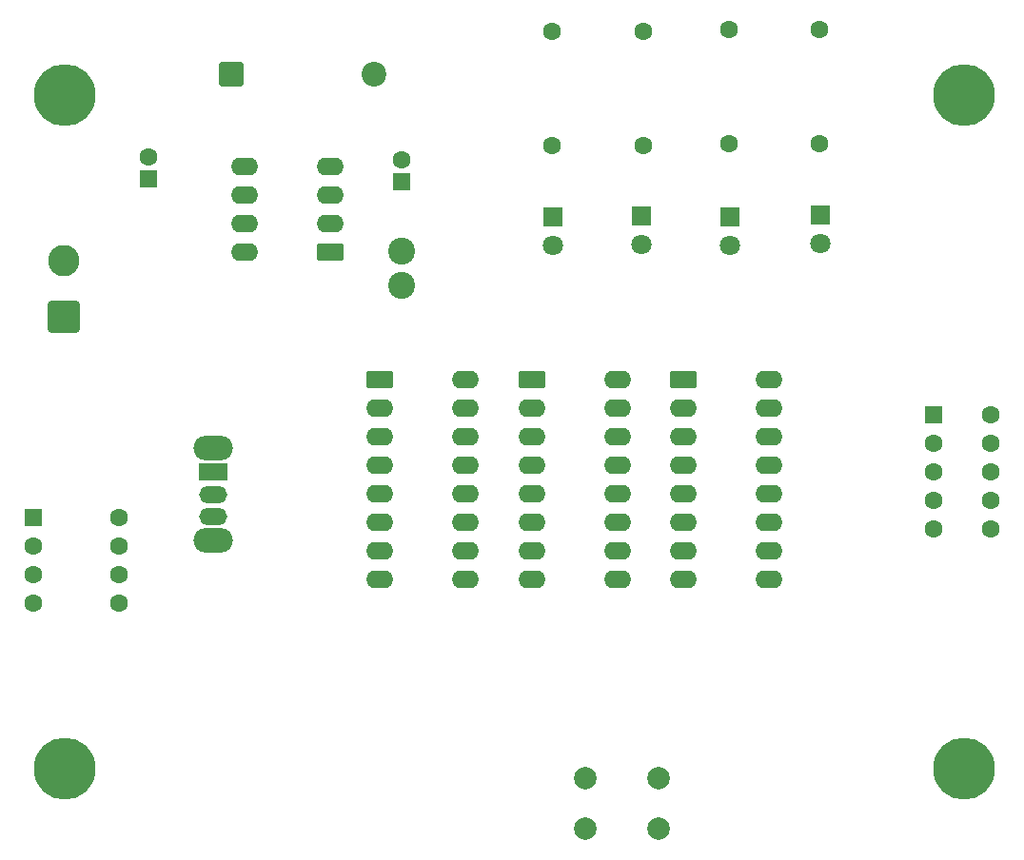
<source format=gbr>
%TF.GenerationSoftware,KiCad,Pcbnew,9.0.3*%
%TF.CreationDate,2025-12-16T11:33:00+01:00*%
%TF.ProjectId,Crnic_PTP_Project1,43726e69-635f-4505-9450-5f50726f6a65,rev?*%
%TF.SameCoordinates,Original*%
%TF.FileFunction,Soldermask,Bot*%
%TF.FilePolarity,Negative*%
%FSLAX46Y46*%
G04 Gerber Fmt 4.6, Leading zero omitted, Abs format (unit mm)*
G04 Created by KiCad (PCBNEW 9.0.3) date 2025-12-16 11:33:00*
%MOMM*%
%LPD*%
G01*
G04 APERTURE LIST*
G04 Aperture macros list*
%AMRoundRect*
0 Rectangle with rounded corners*
0 $1 Rounding radius*
0 $2 $3 $4 $5 $6 $7 $8 $9 X,Y pos of 4 corners*
0 Add a 4 corners polygon primitive as box body*
4,1,4,$2,$3,$4,$5,$6,$7,$8,$9,$2,$3,0*
0 Add four circle primitives for the rounded corners*
1,1,$1+$1,$2,$3*
1,1,$1+$1,$4,$5*
1,1,$1+$1,$6,$7*
1,1,$1+$1,$8,$9*
0 Add four rect primitives between the rounded corners*
20,1,$1+$1,$2,$3,$4,$5,0*
20,1,$1+$1,$4,$5,$6,$7,0*
20,1,$1+$1,$6,$7,$8,$9,0*
20,1,$1+$1,$8,$9,$2,$3,0*%
G04 Aperture macros list end*
%ADD10R,1.800000X1.800000*%
%ADD11C,1.800000*%
%ADD12RoundRect,0.250000X-0.950000X-0.550000X0.950000X-0.550000X0.950000X0.550000X-0.950000X0.550000X0*%
%ADD13O,2.400000X1.600000*%
%ADD14RoundRect,0.250000X0.550000X-0.550000X0.550000X0.550000X-0.550000X0.550000X-0.550000X-0.550000X0*%
%ADD15C,1.600000*%
%ADD16O,3.500000X2.200000*%
%ADD17R,2.500000X1.500000*%
%ADD18O,2.500000X1.500000*%
%ADD19C,2.400000*%
%ADD20C,5.500000*%
%ADD21RoundRect,0.250000X-0.550000X-0.550000X0.550000X-0.550000X0.550000X0.550000X-0.550000X0.550000X0*%
%ADD22RoundRect,0.250000X0.950000X0.550000X-0.950000X0.550000X-0.950000X-0.550000X0.950000X-0.550000X0*%
%ADD23C,2.000000*%
%ADD24RoundRect,0.249999X-0.850001X-0.850001X0.850001X-0.850001X0.850001X0.850001X-0.850001X0.850001X0*%
%ADD25C,2.200000*%
%ADD26R,1.600000X1.600000*%
%ADD27RoundRect,0.250001X1.149999X-1.149999X1.149999X1.149999X-1.149999X1.149999X-1.149999X-1.149999X0*%
%ADD28C,2.800000*%
G04 APERTURE END LIST*
D10*
%TO.C,D3*%
X169289087Y-75510000D03*
D11*
X169289087Y-78050000D03*
%TD*%
D12*
%TO.C,U4*%
X165205000Y-89985000D03*
D13*
X165205000Y-92525000D03*
X165205000Y-95065000D03*
X165205000Y-97605000D03*
X165205000Y-100145000D03*
X165205000Y-102685000D03*
X165205000Y-105225000D03*
X165205000Y-107765000D03*
X172825000Y-107765000D03*
X172825000Y-105225000D03*
X172825000Y-102685000D03*
X172825000Y-100145000D03*
X172825000Y-97605000D03*
X172825000Y-95065000D03*
X172825000Y-92525000D03*
X172825000Y-89985000D03*
%TD*%
D14*
%TO.C,C2*%
X140125000Y-72375000D03*
D15*
X140125000Y-70375000D03*
%TD*%
%TO.C,R4*%
X177325000Y-68955000D03*
X177325000Y-58795000D03*
%TD*%
D10*
%TO.C,D5*%
X177339087Y-75300000D03*
D11*
X177339087Y-77840000D03*
%TD*%
D15*
%TO.C,R3*%
X169200000Y-68955000D03*
X169200000Y-58795000D03*
%TD*%
D12*
%TO.C,U2*%
X138205000Y-89985000D03*
D13*
X138205000Y-92525000D03*
X138205000Y-95065000D03*
X138205000Y-97605000D03*
X138205000Y-100145000D03*
X138205000Y-102685000D03*
X138205000Y-105225000D03*
X138205000Y-107765000D03*
X145825000Y-107765000D03*
X145825000Y-105225000D03*
X145825000Y-102685000D03*
X145825000Y-100145000D03*
X145825000Y-97605000D03*
X145825000Y-95065000D03*
X145825000Y-92525000D03*
X145825000Y-89985000D03*
%TD*%
D16*
%TO.C,SW2*%
X123350000Y-96100000D03*
X123350000Y-104300000D03*
D17*
X123350000Y-98200000D03*
D18*
X123350000Y-100200000D03*
X123350000Y-102200000D03*
%TD*%
D10*
%TO.C,D1*%
X153550000Y-75475000D03*
D11*
X153550000Y-78015000D03*
%TD*%
D14*
%TO.C,C1*%
X117575000Y-72125000D03*
D15*
X117575000Y-70125000D03*
%TD*%
D19*
%TO.C,L1*%
X140075000Y-81575000D03*
X140075000Y-78575000D03*
%TD*%
D20*
%TO.C,H1*%
X190110913Y-64610913D03*
%TD*%
D12*
%TO.C,U3*%
X151705000Y-89985000D03*
D13*
X151705000Y-92525000D03*
X151705000Y-95065000D03*
X151705000Y-97605000D03*
X151705000Y-100145000D03*
X151705000Y-102685000D03*
X151705000Y-105225000D03*
X151705000Y-107765000D03*
X159325000Y-107765000D03*
X159325000Y-105225000D03*
X159325000Y-102685000D03*
X159325000Y-100145000D03*
X159325000Y-97605000D03*
X159325000Y-95065000D03*
X159325000Y-92525000D03*
X159325000Y-89985000D03*
%TD*%
D21*
%TO.C,U5*%
X107355000Y-102245000D03*
D15*
X107355000Y-104785000D03*
X107355000Y-107325000D03*
X107355000Y-109865000D03*
X114975000Y-109865000D03*
X114975000Y-107325000D03*
X114975000Y-104785000D03*
X114975000Y-102245000D03*
%TD*%
D22*
%TO.C,U1*%
X133785000Y-78610000D03*
D13*
X133785000Y-76070000D03*
X133785000Y-73530000D03*
X133785000Y-70990000D03*
X126165000Y-70990000D03*
X126165000Y-73530000D03*
X126165000Y-76070000D03*
X126165000Y-78610000D03*
%TD*%
D23*
%TO.C,SW1*%
X156475000Y-125400000D03*
X162975000Y-125400000D03*
X156475000Y-129900000D03*
X162975000Y-129900000D03*
%TD*%
D24*
%TO.C,D4*%
X124975000Y-62800000D03*
D25*
X137675000Y-62800000D03*
%TD*%
D15*
%TO.C,R2*%
X161625000Y-69155000D03*
X161625000Y-58995000D03*
%TD*%
D20*
%TO.C,H4*%
X110110913Y-64610913D03*
%TD*%
D26*
%TO.C,U7*%
X187424087Y-93119087D03*
D15*
X187424087Y-95659087D03*
X187424087Y-98199087D03*
X187424087Y-100739087D03*
X187424087Y-103279087D03*
X192504087Y-103279087D03*
X192504087Y-100739087D03*
X192504087Y-98199087D03*
X192504087Y-95659087D03*
X192504087Y-93119087D03*
%TD*%
D20*
%TO.C,H3*%
X110110913Y-124610913D03*
%TD*%
D15*
%TO.C,R1*%
X153500000Y-69160000D03*
X153500000Y-59000000D03*
%TD*%
D27*
%TO.C,J1*%
X110067500Y-84400000D03*
D28*
X110067500Y-79400000D03*
%TD*%
D20*
%TO.C,H2*%
X190110913Y-124610913D03*
%TD*%
D10*
%TO.C,D2*%
X161439087Y-75385000D03*
D11*
X161439087Y-77925000D03*
%TD*%
M02*

</source>
